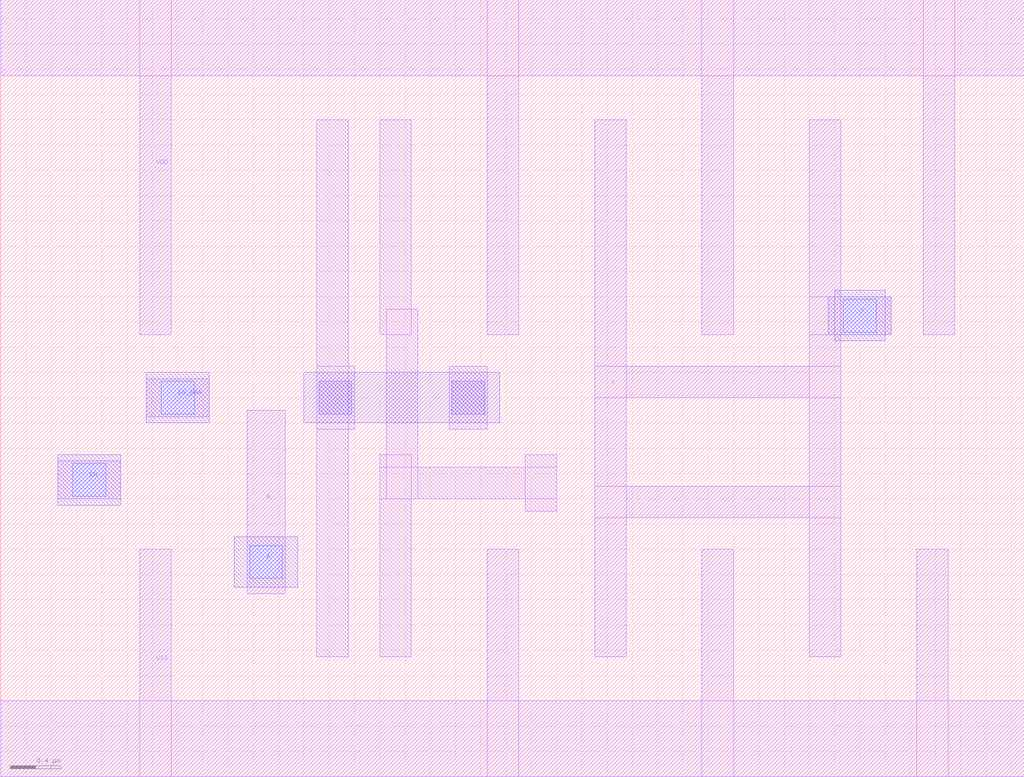
<source format=lef>
# Copyright 2022 Google LLC
# Licensed under the Apache License, Version 2.0 (the "License");
# you may not use this file except in compliance with the License.
# You may obtain a copy of the License at
#
#      http://www.apache.org/licenses/LICENSE-2.0
#
# Unless required by applicable law or agreed to in writing, software
# distributed under the License is distributed on an "AS IS" BASIS,
# WITHOUT WARRANTIES OR CONDITIONS OF ANY KIND, either express or implied.
# See the License for the specific language governing permissions and
# limitations under the License.
VERSION 5.7 ;
BUSBITCHARS "[]" ;
DIVIDERCHAR "/" ;

MACRO gf180mcu_osu_sc_gp9t3v3__tinv_4
  CLASS CORE ;
  ORIGIN 0 0 ;
  FOREIGN gf180mcu_osu_sc_gp9t3v3__tinv_4 0 0 ;
  SIZE 8.1 BY 6.15 ;
  SYMMETRY X Y ;
  SITE GF180_3p3_12t ;
  PIN VDD
    DIRECTION INOUT ;
    USE POWER ;
    SHAPE ABUTMENT ;
    PORT
      LAYER MET1 ;
        RECT 0 5.55 8.1 6.15 ;
        RECT 7.3 3.5 7.55 6.15 ;
        RECT 5.55 3.5 5.8 6.15 ;
        RECT 3.85 3.5 4.1 6.15 ;
        RECT 1.1 3.5 1.35 6.15 ;
    END
  END VDD
  PIN VSS
    DIRECTION INOUT ;
    USE GROUND ;
    PORT
      LAYER MET1 ;
        RECT 0 0 8.1 0.6 ;
        RECT 7.25 0 7.5 1.8 ;
        RECT 5.55 0 5.8 1.8 ;
        RECT 3.85 0 4.1 1.8 ;
        RECT 1.1 0 1.35 1.8 ;
    END
  END VSS
  PIN A
    DIRECTION INPUT ;
    USE SIGNAL ;
    PORT
      LAYER MET1 ;
        RECT 1.95 1.45 2.25 2.9 ;
      LAYER MET2 ;
        RECT 1.85 1.5 2.35 1.9 ;
      LAYER VIA12 ;
        RECT 1.97 1.57 2.23 1.83 ;
    END
  END A
  PIN EN
    DIRECTION INPUT ;
    USE SIGNAL ;
    PORT
      LAYER MET1 ;
        RECT 0.45 2.2 0.95 2.5 ;
      LAYER MET2 ;
        RECT 0.45 2.15 0.95 2.55 ;
      LAYER VIA12 ;
        RECT 0.57 2.22 0.83 2.48 ;
    END
  END EN
  PIN EN_BAR
    DIRECTION INPUT ;
    USE SIGNAL ;
    PORT
      LAYER MET1 ;
        RECT 1.15 2.85 1.65 3.15 ;
      LAYER MET2 ;
        RECT 1.15 2.8 1.65 3.2 ;
      LAYER VIA12 ;
        RECT 1.27 2.87 1.53 3.13 ;
    END
  END EN_BAR
  PIN Y
    DIRECTION OUTPUT ;
    USE SIGNAL ;
    PORT
      LAYER MET1 ;
        RECT 6.4 3.5 7.05 3.8 ;
        RECT 6.4 0.95 6.65 5.2 ;
        RECT 4.7 3 6.65 3.25 ;
        RECT 4.7 2.05 6.65 2.3 ;
        RECT 4.7 0.95 4.95 5.2 ;
      LAYER MET2 ;
        RECT 6.55 3.5 7.05 3.8 ;
        RECT 6.6 3.45 7 3.85 ;
      LAYER VIA12 ;
        RECT 6.67 3.52 6.93 3.78 ;
    END
  END Y
  OBS
    LAYER MET2 ;
      RECT 2.4 2.8 3.95 3.2 ;
    LAYER VIA12 ;
      RECT 3.57 2.87 3.83 3.13 ;
      RECT 2.52 2.87 2.78 3.13 ;
    LAYER MET1 ;
      RECT 3 3.5 3.25 5.2 ;
      RECT 3.05 2.2 3.3 3.7 ;
      RECT 4.15 2.1 4.4 2.55 ;
      RECT 3 0.95 3.25 2.55 ;
      RECT 3 2.2 4.4 2.45 ;
      RECT 2.5 0.95 2.75 5.2 ;
      RECT 2.5 2.75 2.8 3.25 ;
      RECT 3.55 2.75 3.85 3.25 ;
  END
END gf180mcu_osu_sc_gp9t3v3__tinv_4

</source>
